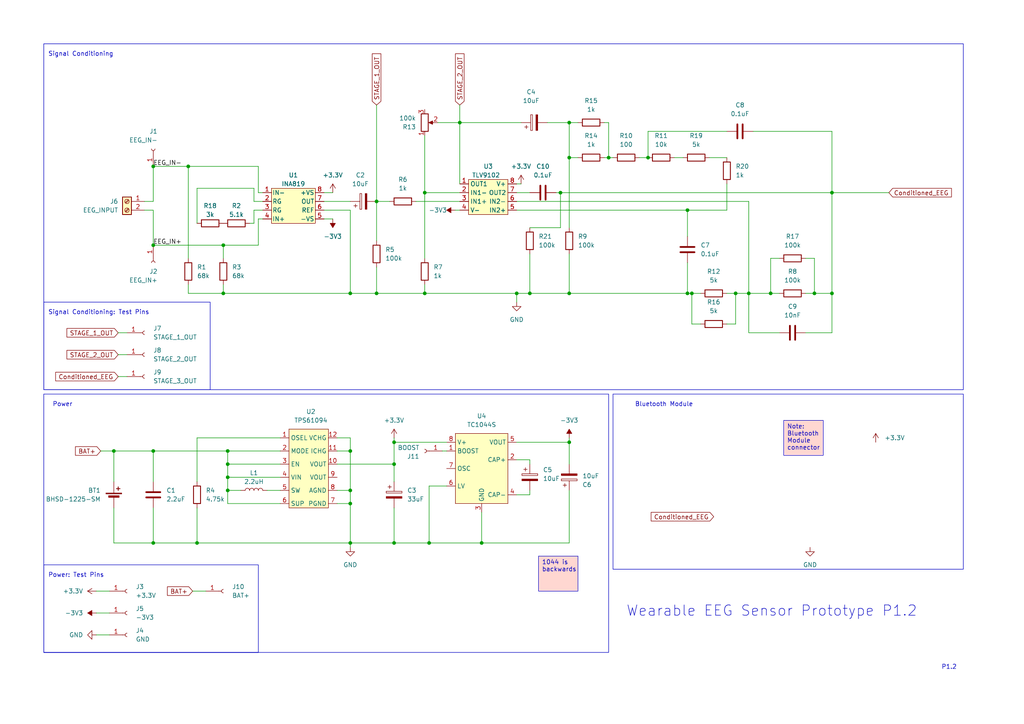
<source format=kicad_sch>
(kicad_sch (version 20230121) (generator eeschema)
  (paper "A4")
  (lib_symbols
    (symbol "Connector:Conn_01x01_Socket" (pin_names (offset 1.016) hide)
      (property "Reference" "J" (at 0 2.54 0))
      (property "Value" "Conn_01x01_Socket" (at 0 -2.54 0))
      (symbol "Conn_01x01_Socket_1_1"
        (polyline (pts (xy -1.27 0) (xy -0.508 0)) (stroke (width 0.1524)))
        (arc (start 0 0.508) (mid -0.5058 0) (end 0 -0.508) (stroke (width 0.1524)))
        (pin passive line (at -5.08 0 0) (length 3.81) (name "Pin_1") (number "1"))
      )
    )
    (symbol "Connector:Screw_Terminal_01x02" (pin_names (offset 1.016) hide)
      (property "Reference" "J6" (at 2.54 0 0))
      (property "Value" "EEG_INPUT" (at 2.54 -2.54 0))
      (symbol "Screw_Terminal_01x02_1_1"
        (rectangle (start -1.27 1.27) (end 1.27 -3.81) (stroke (width 0.254)) (fill (type background)))
        (circle (center 0 -2.54) (radius 0.635) (stroke (width 0.1524)))
        (polyline (pts (xy -0.5334 -2.2098) (xy 0.3302 -3.048)) (stroke (width 0.1524)))
        (polyline (pts (xy -0.5334 0.3302) (xy 0.3302 -0.508)) (stroke (width 0.1524)))
        (polyline (pts (xy -0.3556 -2.032) (xy 0.508 -2.8702)) (stroke (width 0.1524)))
        (polyline (pts (xy -0.3556 0.508) (xy 0.508 -0.3302)) (stroke (width 0.1524)))
        (circle (center 0 0) (radius 0.635) (stroke (width 0.1524)))
        (pin passive line (at -5.08 0 0) (length 3.81) (name "EEG_IN-") (number "1"))
        (pin passive line (at -5.08 -2.54 0) (length 3.81) (name "EEG_IN-") (number "2"))
      )
    )
    (symbol "Device:Battery_Cell" (pin_numbers hide) (pin_names (offset 0) hide)
      (property "Reference" "BT1" (at -3.81 2.54 0))
      (property "Value" "BHSD-1225-SM" (at -3.81 0 0))
      (symbol "Battery_Cell_0_1"
        (rectangle (start -2.286 1.778) (end 2.286 1.524) (fill (type outline)))
        (rectangle (start -1.524 1.016) (end 1.524 0.508) (fill (type outline)))
        (polyline (pts (xy 0 0.762) (xy 0 0)))
        (polyline (pts (xy 0 1.778) (xy 0 2.54)))
        (polyline (pts (xy 0.762 3.048) (xy 1.778 3.048)) (stroke (width 0.254)))
        (polyline (pts (xy 1.27 3.556) (xy 1.27 2.54)) (stroke (width 0.254)))
      )
      (symbol "Battery_Cell_1_1"
        (pin passive line (at 0 5.08 270) (length 2.54) (name "+") (number "1"))
        (pin power_out line (at 0 -2.54 90) (length 2.54) (name "-") (number "2"))
      )
    )
    (symbol "Device:C" (pin_numbers hide) (pin_names (offset 0.254))
      (property "Reference" "C" (at 0.635 2.54 0))
      (property "Value" "C" (at 0.635 -2.54 0))
      (symbol "C_0_1"
        (polyline (pts (xy -2.032 -0.762) (xy 2.032 -0.762)) (stroke (width 0.508)))
        (polyline (pts (xy -2.032 0.762) (xy 2.032 0.762)) (stroke (width 0.508)))
      )
      (symbol "C_1_1"
        (pin passive line (at 0 3.81 270) (length 2.794) (name "~") (number "1"))
        (pin passive line (at 0 -3.81 90) (length 2.794) (name "~") (number "2"))
      )
    )
    (symbol "Device:C_Polarized" (pin_numbers hide) (pin_names (offset 0.254))
      (property "Reference" "C" (at 0.635 2.54 0))
      (property "Value" "C_Polarized" (at 0.635 -2.54 0))
      (symbol "C_Polarized_0_1"
        (rectangle (start -2.286 0.508) (end 2.286 1.016))
        (polyline (pts (xy -1.778 2.286) (xy -0.762 2.286)))
        (polyline (pts (xy -1.27 2.794) (xy -1.27 1.778)))
        (rectangle (start 2.286 -0.508) (end -2.286 -1.016) (fill (type outline)))
      )
      (symbol "C_Polarized_1_1"
        (pin passive line (at 0 3.81 270) (length 2.794) (name "~") (number "1"))
        (pin passive line (at 0 -3.81 90) (length 2.794) (name "~") (number "2"))
      )
    )
    (symbol "Device:L" (pin_numbers hide) (pin_names (offset 1.016) hide)
      (property "Reference" "L" (at -1.27 0 90))
      (property "Value" "L" (at 1.905 0 90))
      (symbol "L_0_1"
        (arc (start 0 -2.54) (mid 0.6323 -1.905) (end 0 -1.27))
        (arc (start 0 -1.27) (mid 0.6323 -0.635) (end 0 0))
        (arc (start 0 0) (mid 0.6323 0.635) (end 0 1.27))
        (arc (start 0 1.27) (mid 0.6323 1.905) (end 0 2.54))
      )
      (symbol "L_1_1"
        (pin passive line (at 0 3.81 270) (length 1.27) (name "1") (number "1"))
        (pin passive line (at 0 -3.81 90) (length 1.27) (name "2") (number "2"))
      )
    )
    (symbol "Device:R" (pin_numbers hide) (pin_names (offset 0))
      (property "Reference" "R" (at 2.032 0 90))
      (property "Value" "R" (at 0 0 90))
      (symbol "R_0_1"
        (rectangle (start -1.016 -2.54) (end 1.016 2.54) (stroke (width 0.254)))
      )
      (symbol "R_1_1"
        (pin passive line (at 0 3.81 270) (length 1.27) (name "~") (number "1"))
        (pin passive line (at 0 -3.81 90) (length 1.27) (name "~") (number "2"))
      )
    )
    (symbol "Device:R_Potentiometer" (pin_names (offset 1.016) hide)
      (property "Reference" "RV" (at -4.445 0 90))
      (property "Value" "R_Potentiometer" (at -2.54 0 90))
      (symbol "R_Potentiometer_0_1"
        (polyline (pts (xy 2.54 0) (xy 1.524 0)))
        (polyline (pts (xy 1.143 0) (xy 2.286 0.508) (xy 2.286 -0.508) (xy 1.143 0)) (fill (type outline)))
        (rectangle (start 1.016 2.54) (end -1.016 -2.54) (stroke (width 0.254)))
      )
      (symbol "R_Potentiometer_1_1"
        (pin passive line (at 0 3.81 270) (length 1.27) (name "1") (number "1"))
        (pin passive line (at 3.81 0 180) (length 1.27) (name "2") (number "2"))
        (pin passive line (at 0 -3.81 90) (length 1.27) (name "3") (number "3"))
      )
    )
    (symbol "INA819ID:INA819ID" (pin_names (offset 0.254))
      (property "Reference" "U1" (at 0 8.89 0))
      (property "Value" "INA819" (at 0 6.35 0))
      (symbol "INA819ID_1_1"
        (rectangle (start -6.35 5.08) (end 6.35 -5.08) (fill (type background)))
        (pin input line (at -8.89 3.81 0) (length 2.54) (name "IN-") (number "1"))
        (pin unspecified line (at -8.89 1.27 0) (length 2.54) (name "RG") (number "2"))
        (pin unspecified line (at -8.89 -1.27 0) (length 2.54) (name "RG") (number "3"))
        (pin input line (at -8.89 -3.81 0) (length 2.54) (name "IN+") (number "4"))
        (pin power_in line (at 8.89 -3.81 180) (length 2.54) (name "-VS") (number "5"))
        (pin input line (at 8.89 -1.27 180) (length 2.54) (name "REF") (number "6"))
        (pin output line (at 8.89 1.27 180) (length 2.54) (name "OUT") (number "7"))
        (pin power_in line (at 8.89 3.81 180) (length 2.54) (name "+VS") (number "8"))
      )
    )
    (symbol "My_Library:TLV9102"
      (property "Reference" "U" (at 0 2.54 0))
      (symbol "TLV9102_1_1"
        (polyline (pts (xy -5.08 1.27) (xy 6.35 1.27) (xy 6.35 -8.89) (xy -5.08 -8.89) (xy -5.08 1.27)) (fill (type background)))
        (pin output line (at -7.62 0 0) (length 2.54) (name "OUT1") (number "1"))
        (pin input line (at -7.62 -2.54 0) (length 2.54) (name "IN1-") (number "2"))
        (pin input line (at -7.62 -5.08 0) (length 2.54) (name "IN1+") (number "3"))
        (pin input line (at -7.62 -7.62 0) (length 2.54) (name "V-") (number "4"))
        (pin input line (at 8.89 -7.62 180) (length 2.54) (name "IN2+") (number "5"))
        (pin input line (at 8.89 -5.08 180) (length 2.54) (name "IN2-") (number "6"))
        (pin output line (at 8.89 -2.54 180) (length 2.54) (name "OUT2") (number "7"))
        (pin input line (at 8.89 0 180) (length 2.54) (name "V+") (number "8"))
      )
    )
    (symbol "My_Library:TPS61094"
      (property "Reference" "U2" (at 1.27 5.08 0))
      (property "Value" "TPS61094" (at 1.27 2.54 0))
      (symbol "TPS61094_1_1"
        (polyline (pts (xy -5.08 0) (xy -5.08 -22.86) (xy 6.35 -22.86) (xy 6.35 0) (xy -5.08 0)) (fill (type background)))
        (pin input line (at -7.62 -2.54 0) (length 2.54) (name "OSEL") (number "1"))
        (pin power_out line (at 8.89 -10.16 180) (length 2.54) (name "VOUT") (number "10"))
        (pin input line (at 8.89 -6.35 180) (length 2.54) (name "ICHG") (number "11"))
        (pin input line (at 8.89 -2.54 180) (length 2.54) (name "VCHG") (number "12"))
        (pin input line (at -7.62 -6.35 0) (length 2.54) (name "MODE") (number "2"))
        (pin input line (at -7.62 -10.16 0) (length 2.54) (name "EN") (number "3"))
        (pin input line (at -7.62 -13.97 0) (length 2.54) (name "VIN") (number "4"))
        (pin input line (at -7.62 -17.78 0) (length 2.54) (name "SW") (number "5"))
        (pin input line (at -7.62 -21.59 0) (length 2.54) (name "SUP") (number "6"))
        (pin free line (at 8.89 -21.59 180) (length 2.54) (name "PGND") (number "7"))
        (pin free line (at 8.89 -17.78 180) (length 2.54) (name "AGND") (number "8"))
        (pin power_out line (at 8.89 -13.97 180) (length 2.54) (name "VOUT") (number "9"))
      )
    )
    (symbol "Regulator_SwitchedCapacitor:LTC1044"
      (property "Reference" "U4" (at 0 15.24 0))
      (property "Value" "TC1044S" (at 0 12.7 0))
      (symbol "LTC1044_1_1"
        (rectangle (start -7.62 10.16) (end 7.62 -10.16) (fill (type background)))
        (pin free line (at -10.16 5.08 0) (length 2.54) (name "BOOST") (number "1"))
        (pin input line (at 10.16 2.54 180) (length 2.54) (name "CAP+") (number "2"))
        (pin free line (at 0 -12.7 90) (length 2.54) (name "GND") (number "3"))
        (pin input line (at 10.16 -7.62 180) (length 2.54) (name "CAP-") (number "4"))
        (pin power_out line (at 10.16 7.62 180) (length 2.54) (name "VOUT") (number "5"))
        (pin free line (at -10.16 -5.08 0) (length 2.54) (name "LV") (number "6"))
        (pin free line (at -10.16 0 0) (length 2.54) (name "OSC") (number "7"))
        (pin power_in line (at -10.16 7.62 0) (length 2.54) (name "V+") (number "8"))
      )
    )
    (symbol "power:+3.3V" (power) (pin_names (offset 0))
      (property "Value" "+3.3V" (at 0 3.556 0))
      (symbol "+3.3V_0_1"
        (polyline (pts (xy -0.762 1.27) (xy 0 2.54)))
        (polyline (pts (xy 0 0) (xy 0 2.54)))
        (polyline (pts (xy 0 2.54) (xy 0.762 1.27)))
      )
      (symbol "+3.3V_1_1"
        (pin power_in line (at 0 0 90) (length 0) hide (name "+3.3V") (number "1"))
      )
    )
    (symbol "power:-3V3" (power) (pin_names (offset 0))
      (property "Value" "-3V3" (at 0 3.81 0))
      (symbol "-3V3_0_0"
        (pin power_in line (at 0 0 90) (length 0) hide (name "-3V3") (number "1"))
      )
      (symbol "-3V3_0_1"
        (polyline (pts (xy 0 0) (xy 0 1.27) (xy 0.762 1.27) (xy 0 2.54) (xy -0.762 1.27) (xy 0 1.27)) (fill (type outline)))
      )
    )
    (symbol "power:GND" (power) (pin_names (offset 0))
      (property "Value" "GND" (at 0 -3.81 0))
      (symbol "GND_0_1"
        (polyline (pts (xy 0 0) (xy 0 -1.27) (xy 1.27 -1.27) (xy 0 -2.54) (xy -1.27 -1.27) (xy 0 -1.27)))
      )
      (symbol "GND_1_1"
        (pin power_in line (at 0 0 270) (length 0) hide (name "GND") (number "1"))
      )
    )
  )
  (junction (at 64.77 85.09))
  (junction (at 101.6 142.24))
  (junction (at 213.36 85.09))
  (junction (at 109.22 85.09))
  (junction (at 57.15 157.48))
  (junction (at 165.1 45.72))
  (junction (at 199.39 60.96))
  (junction (at 54.61 48.26))
  (junction (at 44.45 48.26))
  (junction (at 66.04 142.24))
  (junction (at 101.6 146.05))
  (junction (at 176.53 45.72))
  (junction (at 153.67 85.09))
  (junction (at 114.3 157.48))
  (junction (at 66.04 130.81))
  (junction (at 101.6 157.48))
  (junction (at 199.39 85.09))
  (junction (at 33.02 130.81))
  (junction (at 149.86 85.09))
  (junction (at 200.66 85.09))
  (junction (at 101.6 130.81))
  (junction (at 101.6 85.09))
  (junction (at 124.46 157.48))
  (junction (at 123.19 85.09))
  (junction (at 241.3 85.09))
  (junction (at 165.1 128.27))
  (junction (at 165.1 35.56))
  (junction (at 123.19 55.88))
  (junction (at 165.1 85.09))
  (junction (at 66.04 134.62))
  (junction (at 114.3 128.27))
  (junction (at 217.17 85.09))
  (junction (at 241.3 55.88))
  (junction (at 133.35 35.56))
  (junction (at 44.45 130.81))
  (junction (at 139.7 157.48))
  (junction (at 162.56 55.88))
  (junction (at 109.22 58.42))
  (junction (at 187.96 45.72))
  (junction (at 66.04 138.43))
  (junction (at 64.77 71.12))
  (junction (at 114.3 134.62))
  (junction (at 223.52 85.09))
  (junction (at 236.22 85.09))
  (junction (at 44.45 157.48))
  (junction (at 44.45 71.12))
  (wire (pts (xy 33.02 139.7) (xy 33.02 130.81)))
  (wire (pts (xy 153.67 73.66) (xy 153.67 85.09)))
  (wire (pts (xy 132.08 60.96) (xy 133.35 60.96)))
  (wire (pts (xy 72.39 64.77) (xy 73.66 64.77)))
  (wire (pts (xy 101.6 130.81) (xy 101.6 142.24)))
  (wire (pts (xy 101.6 142.24) (xy 101.6 146.05)))
  (wire (pts (xy 73.66 64.77) (xy 73.66 60.96)))
  (wire (pts (xy 149.86 55.88) (xy 153.67 55.88)))
  (wire (pts (xy 124.46 157.48) (xy 139.7 157.48)))
  (wire (pts (xy 109.22 77.47) (xy 109.22 85.09)))
  (wire (pts (xy 203.2 93.98) (xy 200.66 93.98)))
  (wire (pts (xy 66.04 134.62) (xy 66.04 130.81)))
  (wire (pts (xy 101.6 146.05) (xy 97.79 146.05)))
  (wire (pts (xy 27.94 171.45) (xy 31.75 171.45)))
  (wire (pts (xy 29.21 130.81) (xy 33.02 130.81)))
  (wire (pts (xy 217.17 96.52) (xy 226.06 96.52)))
  (wire (pts (xy 64.77 74.93) (xy 64.77 71.12)))
  (wire (pts (xy 55.88 171.45) (xy 59.69 171.45)))
  (wire (pts (xy 233.68 96.52) (xy 241.3 96.52)))
  (wire (pts (xy 162.56 55.88) (xy 241.3 55.88)))
  (wire (pts (xy 44.45 157.48) (xy 57.15 157.48)))
  (wire (pts (xy 133.35 35.56) (xy 133.35 53.34)))
  (wire (pts (xy 149.86 58.42) (xy 217.17 58.42)))
  (wire (pts (xy 241.3 38.1) (xy 241.3 55.88)))
  (wire (pts (xy 139.7 148.59) (xy 139.7 157.48)))
  (wire (pts (xy 200.66 93.98) (xy 200.66 85.09)))
  (wire (pts (xy 210.82 85.09) (xy 213.36 85.09)))
  (wire (pts (xy 109.22 58.42) (xy 113.03 58.42)))
  (wire (pts (xy 165.1 142.24) (xy 165.1 157.48)))
  (wire (pts (xy 133.35 55.88) (xy 123.19 55.88)))
  (wire (pts (xy 217.17 58.42) (xy 217.17 85.09)))
  (wire (pts (xy 114.3 134.62) (xy 114.3 139.7)))
  (wire (pts (xy 187.96 38.1) (xy 210.82 38.1)))
  (wire (pts (xy 27.94 184.15) (xy 31.75 184.15)))
  (wire (pts (xy 123.19 55.88) (xy 123.19 74.93)))
  (wire (pts (xy 185.42 45.72) (xy 187.96 45.72)))
  (wire (pts (xy 81.28 146.05) (xy 66.04 146.05)))
  (wire (pts (xy 165.1 73.66) (xy 165.1 85.09)))
  (wire (pts (xy 213.36 93.98) (xy 213.36 85.09)))
  (wire (pts (xy 114.3 128.27) (xy 114.3 134.62)))
  (wire (pts (xy 213.36 85.09) (xy 217.17 85.09)))
  (wire (pts (xy 210.82 93.98) (xy 213.36 93.98)))
  (wire (pts (xy 236.22 85.09) (xy 241.3 85.09)))
  (wire (pts (xy 149.86 87.63) (xy 149.86 85.09)))
  (wire (pts (xy 165.1 134.62) (xy 165.1 128.27)))
  (wire (pts (xy 123.19 82.55) (xy 123.19 85.09)))
  (wire (pts (xy 162.56 66.04) (xy 162.56 55.88)))
  (wire (pts (xy 74.93 55.88) (xy 76.2 55.88)))
  (wire (pts (xy 73.66 58.42) (xy 76.2 58.42)))
  (wire (pts (xy 44.45 157.48) (xy 44.45 147.32)))
  (wire (pts (xy 74.93 71.12) (xy 74.93 63.5)))
  (wire (pts (xy 233.68 74.93) (xy 236.22 74.93)))
  (wire (pts (xy 44.45 71.12) (xy 64.77 71.12)))
  (wire (pts (xy 176.53 45.72) (xy 177.8 45.72)))
  (wire (pts (xy 109.22 30.48) (xy 109.22 58.42)))
  (wire (pts (xy 210.82 45.72) (xy 205.74 45.72)))
  (wire (pts (xy 167.64 35.56) (xy 165.1 35.56)))
  (wire (pts (xy 133.35 30.48) (xy 133.35 35.56)))
  (wire (pts (xy 175.26 45.72) (xy 176.53 45.72)))
  (wire (pts (xy 124.46 140.97) (xy 124.46 157.48)))
  (wire (pts (xy 66.04 138.43) (xy 66.04 134.62)))
  (wire (pts (xy 101.6 146.05) (xy 101.6 157.48)))
  (wire (pts (xy 153.67 133.35) (xy 149.86 133.35)))
  (wire (pts (xy 114.3 127) (xy 114.3 128.27)))
  (wire (pts (xy 109.22 85.09) (xy 123.19 85.09)))
  (wire (pts (xy 233.68 85.09) (xy 236.22 85.09)))
  (wire (pts (xy 66.04 138.43) (xy 81.28 138.43)))
  (wire (pts (xy 151.13 53.34) (xy 149.86 53.34)))
  (wire (pts (xy 123.19 85.09) (xy 149.86 85.09)))
  (wire (pts (xy 74.93 63.5) (xy 76.2 63.5)))
  (wire (pts (xy 241.3 85.09) (xy 241.3 96.52)))
  (wire (pts (xy 210.82 53.34) (xy 210.82 60.96)))
  (wire (pts (xy 153.67 66.04) (xy 162.56 66.04)))
  (wire (pts (xy 54.61 82.55) (xy 54.61 85.09)))
  (wire (pts (xy 165.1 45.72) (xy 167.64 45.72)))
  (wire (pts (xy 153.67 142.24) (xy 153.67 143.51)))
  (wire (pts (xy 77.47 142.24) (xy 81.28 142.24)))
  (wire (pts (xy 66.04 134.62) (xy 81.28 134.62)))
  (wire (pts (xy 33.02 130.81) (xy 44.45 130.81)))
  (wire (pts (xy 109.22 69.85) (xy 109.22 58.42)))
  (wire (pts (xy 149.86 128.27) (xy 165.1 128.27)))
  (wire (pts (xy 153.67 143.51) (xy 149.86 143.51)))
  (wire (pts (xy 200.66 85.09) (xy 203.2 85.09)))
  (wire (pts (xy 66.04 142.24) (xy 66.04 138.43)))
  (wire (pts (xy 133.35 35.56) (xy 151.13 35.56)))
  (wire (pts (xy 73.66 60.96) (xy 76.2 60.96)))
  (wire (pts (xy 66.04 146.05) (xy 66.04 142.24)))
  (wire (pts (xy 226.06 74.93) (xy 223.52 74.93)))
  (wire (pts (xy 64.77 85.09) (xy 101.6 85.09)))
  (wire (pts (xy 127 35.56) (xy 133.35 35.56)))
  (wire (pts (xy 57.15 54.61) (xy 57.15 64.77)))
  (wire (pts (xy 66.04 130.81) (xy 81.28 130.81)))
  (wire (pts (xy 54.61 48.26) (xy 74.93 48.26)))
  (wire (pts (xy 165.1 85.09) (xy 199.39 85.09)))
  (wire (pts (xy 176.53 35.56) (xy 176.53 45.72)))
  (wire (pts (xy 64.77 82.55) (xy 64.77 85.09)))
  (wire (pts (xy 97.79 130.81) (xy 101.6 130.81)))
  (wire (pts (xy 161.29 55.88) (xy 162.56 55.88)))
  (wire (pts (xy 93.98 58.42) (xy 101.6 58.42)))
  (wire (pts (xy 101.6 158.75) (xy 101.6 157.48)))
  (wire (pts (xy 44.45 58.42) (xy 41.91 58.42)))
  (wire (pts (xy 57.15 127) (xy 81.28 127)))
  (wire (pts (xy 44.45 130.81) (xy 44.45 139.7)))
  (wire (pts (xy 165.1 127) (xy 165.1 128.27)))
  (wire (pts (xy 217.17 85.09) (xy 223.52 85.09)))
  (wire (pts (xy 241.3 55.88) (xy 257.81 55.88)))
  (wire (pts (xy 57.15 147.32) (xy 57.15 157.48)))
  (wire (pts (xy 34.29 102.87) (xy 36.83 102.87)))
  (wire (pts (xy 57.15 157.48) (xy 101.6 157.48)))
  (wire (pts (xy 44.45 58.42) (xy 44.45 48.26)))
  (wire (pts (xy 69.85 142.24) (xy 66.04 142.24)))
  (wire (pts (xy 73.66 54.61) (xy 57.15 54.61)))
  (wire (pts (xy 33.02 147.32) (xy 33.02 157.48)))
  (wire (pts (xy 236.22 74.93) (xy 236.22 85.09)))
  (wire (pts (xy 114.3 157.48) (xy 101.6 157.48)))
  (wire (pts (xy 54.61 48.26) (xy 54.61 74.93)))
  (wire (pts (xy 33.02 157.48) (xy 44.45 157.48)))
  (wire (pts (xy 120.65 58.42) (xy 133.35 58.42)))
  (wire (pts (xy 41.91 60.96) (xy 44.45 60.96)))
  (wire (pts (xy 57.15 127) (xy 57.15 139.7)))
  (wire (pts (xy 114.3 128.27) (xy 129.54 128.27)))
  (wire (pts (xy 97.79 127) (xy 101.6 127)))
  (wire (pts (xy 175.26 35.56) (xy 176.53 35.56)))
  (wire (pts (xy 93.98 63.5) (xy 96.52 63.5)))
  (wire (pts (xy 114.3 147.32) (xy 114.3 157.48)))
  (wire (pts (xy 93.98 55.88) (xy 96.52 55.88)))
  (wire (pts (xy 129.54 130.81) (xy 128.27 130.81)))
  (wire (pts (xy 223.52 85.09) (xy 226.06 85.09)))
  (wire (pts (xy 44.45 130.81) (xy 66.04 130.81)))
  (wire (pts (xy 158.75 35.56) (xy 165.1 35.56)))
  (wire (pts (xy 74.93 48.26) (xy 74.93 55.88)))
  (wire (pts (xy 165.1 45.72) (xy 165.1 66.04)))
  (wire (pts (xy 187.96 38.1) (xy 187.96 45.72)))
  (wire (pts (xy 199.39 60.96) (xy 199.39 68.58)))
  (wire (pts (xy 123.19 39.37) (xy 123.19 55.88)))
  (wire (pts (xy 34.29 109.22) (xy 36.83 109.22)))
  (wire (pts (xy 34.29 96.52) (xy 36.83 96.52)))
  (wire (pts (xy 101.6 85.09) (xy 109.22 85.09)))
  (wire (pts (xy 64.77 71.12) (xy 74.93 71.12)))
  (wire (pts (xy 149.86 85.09) (xy 153.67 85.09)))
  (wire (pts (xy 153.67 85.09) (xy 165.1 85.09)))
  (wire (pts (xy 153.67 134.62) (xy 153.67 133.35)))
  (wire (pts (xy 218.44 38.1) (xy 241.3 38.1)))
  (wire (pts (xy 44.45 60.96) (xy 44.45 71.12)))
  (wire (pts (xy 44.45 48.26) (xy 54.61 48.26)))
  (wire (pts (xy 139.7 157.48) (xy 165.1 157.48)))
  (wire (pts (xy 165.1 35.56) (xy 165.1 45.72)))
  (wire (pts (xy 223.52 74.93) (xy 223.52 85.09)))
  (wire (pts (xy 101.6 60.96) (xy 101.6 85.09)))
  (wire (pts (xy 149.86 60.96) (xy 199.39 60.96)))
  (wire (pts (xy 198.12 45.72) (xy 195.58 45.72)))
  (wire (pts (xy 217.17 85.09) (xy 217.17 96.52)))
  (wire (pts (xy 97.79 134.62) (xy 114.3 134.62)))
  (wire (pts (xy 199.39 85.09) (xy 200.66 85.09)))
  (wire (pts (xy 199.39 76.2) (xy 199.39 85.09)))
  (wire (pts (xy 73.66 54.61) (xy 73.66 58.42)))
  (wire (pts (xy 114.3 157.48) (xy 124.46 157.48)))
  (wire (pts (xy 54.61 85.09) (xy 64.77 85.09)))
  (wire (pts (xy 129.54 140.97) (xy 124.46 140.97)))
  (wire (pts (xy 27.94 177.8) (xy 31.75 177.8)))
  (wire (pts (xy 93.98 60.96) (xy 101.6 60.96)))
  (wire (pts (xy 241.3 55.88) (xy 241.3 85.09)))
  (wire (pts (xy 101.6 127) (xy 101.6 130.81)))
  (wire (pts (xy 210.82 60.96) (xy 199.39 60.96)))
  (wire (pts (xy 101.6 142.24) (xy 97.79 142.24)))
  (rectangle (start 12.7 163.83) (end 74.93 189.23))
  (rectangle (start 12.7 12.7) (end 279.4 113.03))
  (rectangle (start 12.7 114.3) (end 176.53 189.23))
  (rectangle (start 177.8 114.3) (end 279.4 165.1))
  (rectangle (start 12.7 87.63) (end 60.96 113.03))
  (text_box "1044 is backwards" (at 156.21 161.29 0) (size 11.43 10.16) (fill (type color) (color 255 215 209 1)) (effects (font (size 1.27 1.27)) (justify left top)))
  (text_box "Note: Bluetooth Module connector" (at 227.33 121.92 0) (size 11.43 10.16) (fill (type color) (color 255 215 209 1)) (effects (font (size 1.27 1.27)) (justify left top)))
  (text "P1.2" (at 273.05 194.31 0) (effects (font (size 1.27 1.27)) (justify left bottom)))
  (text "Signal Conditioning: Test Pins" (at 13.97 91.44 0) (effects (font (size 1.27 1.27)) (justify left bottom)))
  (text "Power" (at 15.24 118.11 0) (effects (font (size 1.27 1.27)) (justify left bottom)))
  (text "Signal Conditioning" (at 13.97 16.51 0) (effects (font (size 1.27 1.27)) (justify left bottom)))
  (text "Power: Test Pins\n" (at 13.97 167.64 0) (effects (font (size 1.27 1.27)) (justify left bottom)))
  (text "Bluetooth Module" (at 184.15 118.11 0) (effects (font (size 1.27 1.27)) (justify left bottom)))
  (text "Wearable EEG Sensor Prototype P1.2" (at 181.61 179.07 0) (effects (font (size 3 3)) (justify left bottom)))
  (label "EEG_IN+" (at 44.45 71.12 0))
  (label "EEG_IN-" (at 44.45 48.26 0))
  (global_label "STAGE_1_OUT" (shape input) (at 34.29 96.52 180) (property "Intersheetrefs" "${INTERSHEET_REFS}" (effects hide)))
  (global_label "BAT+" (shape input) (at 55.88 171.45 180) (property "Intersheetrefs" "${INTERSHEET_REFS}" (effects hide)))
  (global_label "BAT+" (shape input) (at 29.21 130.81 180) (property "Intersheetrefs" "${INTERSHEET_REFS}" (effects hide)))
  (global_label "STAGE_2_OUT" (shape input) (at 34.29 102.87 180) (property "Intersheetrefs" "${INTERSHEET_REFS}" (effects hide)))
  (global_label "Conditioned_EEG" (shape input) (at 207.01 149.86 180) (property "Intersheetrefs" "${INTERSHEET_REFS}" (effects hide)))
  (global_label "Conditioned_EEG" (shape input) (at 34.29 109.22 180) (property "Intersheetrefs" "${INTERSHEET_REFS}" (effects hide)))
  (global_label "STAGE_1_OUT" (shape input) (at 109.22 30.48 90) (property "Intersheetrefs" "${INTERSHEET_REFS}" (effects hide)))
  (global_label "STAGE_2_OUT" (shape input) (at 133.35 30.48 90) (property "Intersheetrefs" "${INTERSHEET_REFS}" (effects hide)))
  (global_label "Conditioned_EEG" (shape input) (at 257.81 55.88 0) (property "Intersheetrefs" "${INTERSHEET_REFS}" (effects hide)))
  (symbol (lib_id "Device:R") (at 60.96 64.77 270) (unit 1)
    (property "Reference" "R18" (at 60.96 59.69 90))
    (property "Value" "3k" (at 60.96 62.23 90))
  )
  (symbol (lib_id "Device:R") (at 207.01 85.09 270) (unit 1)
    (property "Reference" "R12" (at 207.01 78.74 90))
    (property "Value" "5k" (at 207.01 81.28 90))
    (property "Footprint" "Resistor_THT:R_Axial_DIN0207_L6.3mm_D2.5mm_P10.16mm_Horizontal" (effects hide))
  )
  (symbol (lib_id "power:+3.3V") (at 96.52 55.88 0) (unit 1)
    (property "Reference" "#PWR01" (effects hide))
    (property "Value" "+3.3V" (at 96.52 50.8 0))
  )
  (symbol (lib_id "Connector:Conn_01x01_Socket") (at 64.77 171.45 0) (mirror x) (unit 1)
    (property "Reference" "J10" (at 67.31 170.18 0) (effects (justify left)))
    (property "Value" "BAT+" (at 67.31 172.72 0) (effects (justify left)))
    (property "Footprint" "TestPoint:TestPoint_Loop_D2.50mm_Drill1.0mm" (effects hide))
  )
  (symbol (lib_id "Connector:Conn_01x01_Socket") (at 36.83 184.15 0) (mirror x) (unit 1)
    (property "Reference" "J4" (at 39.37 182.88 0) (effects (justify left)))
    (property "Value" "GND" (at 39.37 185.42 0) (effects (justify left)))
    (property "Footprint" "TestPoint:TestPoint_Loop_D2.50mm_Drill1.0mm" (effects hide))
  )
  (symbol (lib_id "Device:R") (at 229.87 74.93 90) (unit 1)
    (property "Reference" "R17" (at 229.87 68.58 90))
    (property "Value" "100k" (at 229.87 71.12 90))
  )
  (symbol (lib_id "power:GND") (at 149.86 87.63 0) (unit 1)
    (property "Reference" "#PWR07" (effects hide))
    (property "Value" "GND" (at 149.86 92.71 0))
  )
  (symbol (lib_id "Device:C_Polarized") (at 153.67 138.43 0) (unit 1)
    (property "Reference" "C5" (at 157.48 136.271 0) (effects (justify left)))
    (property "Value" "10uF" (at 157.48 138.811 0) (effects (justify left)))
    (property "Footprint" "Capacitor_THT:CP_Radial_D5.0mm_P2.50mm" (effects hide))
  )
  (symbol (lib_id "power:+3.3V") (at 114.3 127 0) (unit 1)
    (property "Reference" "#PWR04" (effects hide))
    (property "Value" "+3.3V" (at 114.3 121.92 0))
  )
  (symbol (lib_id "power:GND") (at 234.95 158.75 0) (unit 1)
    (property "Reference" "#PWR011" (effects hide))
    (property "Value" "GND" (at 234.95 163.83 0))
  )
  (symbol (lib_id "power:+3.3V") (at 254 128.27 0) (unit 1)
    (property "Reference" "#PWR012" (effects hide))
    (property "Value" "+3.3V" (at 256.54 127 0) (effects (justify left)))
  )
  (symbol (lib_id "Device:R") (at 57.15 143.51 0) (unit 1)
    (property "Reference" "R4" (at 59.69 142.24 0) (effects (justify left)))
    (property "Value" "4.75k" (at 59.69 144.78 0) (effects (justify left)))
    (property "Footprint" "Resistor_THT:R_Axial_DIN0207_L6.3mm_D2.5mm_P10.16mm_Horizontal" (effects hide))
  )
  (symbol (lib_id "Connector:Conn_01x01_Socket") (at 41.91 96.52 0) (mirror x) (unit 1)
    (property "Reference" "J7" (at 44.45 95.25 0) (effects (justify left)))
    (property "Value" "STAGE_1_OUT" (at 44.45 97.79 0) (effects (justify left)))
    (property "Footprint" "TestPoint:TestPoint_Loop_D2.50mm_Drill1.0mm" (effects hide))
  )
  (symbol (lib_id "Device:R") (at 116.84 58.42 90) (unit 1)
    (property "Reference" "R6" (at 116.84 52.07 90))
    (property "Value" "1k" (at 116.84 54.61 90))
    (property "Footprint" "Resistor_THT:R_Axial_DIN0207_L6.3mm_D2.5mm_P10.16mm_Horizontal" (effects hide))
  )
  (symbol (lib_id "Device:R") (at 229.87 85.09 90) (unit 1)
    (property "Reference" "R8" (at 229.87 78.74 90))
    (property "Value" "100k" (at 229.87 81.28 90))
    (property "Footprint" "Resistor_THT:R_Axial_DIN0207_L6.3mm_D2.5mm_P10.16mm_Horizontal" (effects hide))
  )
  (symbol (lib_id "Device:R") (at 191.77 45.72 90) (unit 1)
    (property "Reference" "R11" (at 191.77 39.37 90))
    (property "Value" "10k" (at 191.77 41.91 90))
    (property "Footprint" "Resistor_THT:R_Axial_DIN0207_L6.3mm_D2.5mm_P10.16mm_Horizontal" (effects hide))
  )
  (symbol (lib_id "Device:C_Polarized") (at 154.94 35.56 90) (unit 1)
    (property "Reference" "C4" (at 154.051 26.67 90))
    (property "Value" "10uF" (at 154.051 29.21 90))
    (property "Footprint" "Capacitor_THT:CP_Radial_D5.0mm_P2.50mm" (effects hide))
  )
  (symbol (lib_id "Device:R") (at 171.45 35.56 90) (unit 1)
    (property "Reference" "R15" (at 171.45 29.21 90))
    (property "Value" "1k" (at 171.45 31.75 90))
  )
  (symbol (lib_id "Regulator_SwitchedCapacitor:LTC1044") (at 139.7 135.89 0) (unit 1)
    (property "Reference" "U4" (at 139.7 120.65 0))
    (property "Value" "TC1044S" (at 139.7 123.19 0))
    (property "Footprint" "1-2199298-2:CONN8_1-2199298-2_TEC" (effects hide))
    (property "Datasheet" "https://www.analog.com/media/en/technical-documentation/data-sheets/lt1044.pdf" (effects hide))
  )
  (symbol (lib_id "power:GND") (at 101.6 158.75 0) (unit 1)
    (property "Reference" "#PWR03" (effects hide))
    (property "Value" "GND" (at 101.6 163.83 0))
  )
  (symbol (lib_id "INA819ID:INA819ID") (at 85.09 59.69 0) (unit 1)
    (property "Reference" "U1" (at 85.09 50.8 0))
    (property "Value" "INA819" (at 85.09 53.34 0))
    (property "Footprint" "1-2199298-2:CONN8_1-2199298-2_TEC" (effects hide))
    (property "Datasheet" "INA819ID" (effects hide))
  )
  (symbol (lib_id "Device:C") (at 157.48 55.88 270) (unit 1)
    (property "Reference" "C10" (at 157.48 48.26 90))
    (property "Value" "0.1uF" (at 157.48 50.8 90))
    (property "Footprint" "Capacitor_THT:C_Rect_L7.0mm_W4.5mm_P5.00mm" (effects hide))
  )
  (symbol (lib_id "Device:C_Polarized") (at 165.1 138.43 0) (mirror x) (unit 1)
    (property "Reference" "C6" (at 168.91 140.589 0) (effects (justify left)))
    (property "Value" "10uF" (at 168.91 138.049 0) (effects (justify left)))
    (property "Footprint" "Capacitor_THT:CP_Radial_D5.0mm_P2.50mm" (effects hide))
  )
  (symbol (lib_id "Device:R") (at 210.82 49.53 0) (unit 1)
    (property "Reference" "R20" (at 213.36 48.26 0) (effects (justify left)))
    (property "Value" "1k" (at 213.36 50.8 0) (effects (justify left)))
  )
  (symbol (lib_id "Device:R") (at 68.58 64.77 90) (unit 1)
    (property "Reference" "R2" (at 68.58 59.69 90))
    (property "Value" "5.1k" (at 68.58 62.23 90))
    (property "Footprint" "Resistor_THT:R_Axial_DIN0207_L6.3mm_D2.5mm_P10.16mm_Horizontal" (effects hide))
  )
  (symbol (lib_id "Connector:Screw_Terminal_01x02") (at 36.83 58.42 0) (mirror y) (unit 1)
    (property "Reference" "J6" (at 34.29 58.42 0) (effects (justify left)))
    (property "Value" "EEG_INPUT" (at 34.29 60.96 0) (effects (justify left)))
    (property "Footprint" "282837-2:282837-2_TYC" (effects hide))
  )
  (symbol (lib_id "power:GND") (at 27.94 184.15 270) (unit 1)
    (property "Reference" "#PWR013" (effects hide))
    (property "Value" "GND" (at 24.13 184.15 90) (effects (justify right)))
  )
  (symbol (lib_id "Connector:Conn_01x01_Socket") (at 44.45 76.2 90) (mirror x) (unit 1)
    (property "Reference" "J2" (at 45.72 78.74 90) (effects (justify left)))
    (property "Value" "EEG_IN+" (at 45.72 81.28 90) (effects (justify left)))
    (property "Footprint" "TestPoint:TestPoint_Loop_D2.50mm_Drill1.0mm" (effects hide))
  )
  (symbol (lib_id "Device:R") (at 165.1 69.85 0) (unit 1)
    (property "Reference" "R9" (at 167.64 68.58 0) (effects (justify left)))
    (property "Value" "100k" (at 167.64 71.12 0) (effects (justify left)))
    (property "Footprint" "Resistor_THT:R_Axial_DIN0207_L6.3mm_D2.5mm_P10.16mm_Horizontal" (effects hide))
  )
  (symbol (lib_id "My_Library:TPS61094") (at 88.9 124.46 0) (unit 1)
    (property "Reference" "U2" (at 90.17 119.38 0))
    (property "Value" "TPS61094" (at 90.17 121.92 0))
    (property "Footprint" "TPS61094DSSR:WSON_94DSSR_TEX" (effects hide))
  )
  (symbol (lib_id "Device:R_Potentiometer") (at 123.19 35.56 0) (mirror x) (unit 1)
    (property "Reference" "R13" (at 120.65 36.83 0) (effects (justify right)))
    (property "Value" "100k" (at 120.65 34.29 0) (effects (justify right)))
    (property "Footprint" "Potentiometer_THT:Potentiometer_Bourns_3296W_Vertical" (effects hide))
  )
  (symbol (lib_id "Connector:Conn_01x01_Socket") (at 36.83 171.45 0) (mirror x) (unit 1)
    (property "Reference" "J3" (at 39.37 170.18 0) (effects (justify left)))
    (property "Value" "+3.3V" (at 39.37 172.72 0) (effects (justify left)))
    (property "Footprint" "TestPoint:TestPoint_Loop_D2.50mm_Drill1.0mm" (effects hide))
  )
  (symbol (lib_id "My_Library:TLV9102") (at 140.97 53.34 0) (unit 1)
    (property "Reference" "U3" (at 141.605 48.26 0))
    (property "Value" "TLV9102" (at 140.97 50.8 0))
    (property "Footprint" "1-2199298-2:CONN8_1-2199298-2_TEC" (effects hide))
  )
  (symbol (lib_id "Device:L") (at 73.66 142.24 90) (unit 1)
    (property "Reference" "L1" (at 73.66 137.16 90))
    (property "Value" "2.2uH" (at 73.66 139.7 90))
    (property "Footprint" "B78108S1222K000:INDAD1400W80L920D400" (effects hide))
  )
  (symbol (lib_id "power:-3V3") (at 165.1 127 0) (unit 1)
    (property "Reference" "#PWR08" (effects hide))
    (property "Value" "-3V3" (at 165.1 121.92 0))
  )
  (symbol (lib_id "Device:C") (at 229.87 96.52 270) (unit 1)
    (property "Reference" "C9" (at 229.87 88.9 90))
    (property "Value" "10nF" (at 229.87 91.44 90))
    (property "Footprint" "Capacitor_THT:C_Rect_L7.0mm_W2.5mm_P5.00mm" (effects hide))
  )
  (symbol (lib_id "Connector:Conn_01x01_Socket") (at 123.19 130.81 0) (mirror y) (unit 1)
    (property "Reference" "J11" (at 121.6658 132.3901 0) (effects (justify left)))
    (property "Value" "BOOST" (at 121.6658 129.8501 0) (effects (justify left)))
    (property "Footprint" "TestPoint:TestPoint_Loop_D2.50mm_Drill1.0mm" (effects hide))
  )
  (symbol (lib_id "Device:C_Polarized") (at 105.41 58.42 90) (unit 1)
    (property "Reference" "C2" (at 104.521 50.8 90))
    (property "Value" "10uF" (at 104.521 53.34 90))
    (property "Footprint" "Capacitor_THT:CP_Radial_D5.0mm_P2.50mm" (effects hide))
  )
  (symbol (lib_id "Device:C") (at 44.45 143.51 0) (unit 1)
    (property "Reference" "C1" (at 48.26 142.24 0) (effects (justify left)))
    (property "Value" "2.2uF" (at 48.26 144.78 0) (effects (justify left)))
    (property "Footprint" "Capacitor_THT:C_Rect_L7.0mm_W4.5mm_P5.00mm" (effects hide))
  )
  (symbol (lib_id "power:+3.3V") (at 27.94 171.45 90) (unit 1)
    (property "Reference" "#PWR09" (effects hide))
    (property "Value" "+3.3V" (at 24.13 171.45 90) (effects (justify left)))
  )
  (symbol (lib_id "Device:R") (at 181.61 45.72 90) (unit 1)
    (property "Reference" "R10" (at 181.61 39.37 90))
    (property "Value" "100" (at 181.61 41.91 90))
    (property "Footprint" "Resistor_THT:R_Axial_DIN0207_L6.3mm_D2.5mm_P10.16mm_Horizontal" (effects hide))
  )
  (symbol (lib_id "power:-3V3") (at 132.08 60.96 90) (unit 1)
    (property "Reference" "#PWR06" (effects hide))
    (property "Value" "-3V3" (at 127 60.96 90))
  )
  (symbol (lib_id "Device:R") (at 54.61 78.74 0) (unit 1)
    (property "Reference" "R1" (at 57.15 77.47 0) (effects (justify left)))
    (property "Value" "68k" (at 57.15 80.01 0) (effects (justify left)))
    (property "Footprint" "Resistor_THT:R_Axial_DIN0207_L6.3mm_D2.5mm_P10.16mm_Horizontal" (effects hide))
  )
  (symbol (lib_id "Device:C_Polarized") (at 114.3 143.51 0) (unit 1)
    (property "Reference" "C3" (at 118.11 142.24 0) (effects (justify left)))
    (property "Value" "33uF" (at 118.11 144.78 0) (effects (justify left)))
    (property "Footprint" "Capacitor_THT:CP_Radial_D8.0mm_P5.00mm" (effects hide))
  )
  (symbol (lib_id "Connector:Conn_01x01_Socket") (at 41.91 102.87 0) (mirror x) (unit 1)
    (property "Reference" "J8" (at 44.45 101.6 0) (effects (justify left)))
    (property "Value" "STAGE_2_OUT" (at 44.45 104.14 0) (effects (justify left)))
    (property "Footprint" "TestPoint:TestPoint_Loop_D2.50mm_Drill1.0mm" (effects hide))
  )
  (symbol (lib_id "Connector:Conn_01x01_Socket") (at 36.83 177.8 0) (mirror x) (unit 1)
    (property "Reference" "J5" (at 39.37 176.53 0) (effects (justify left)))
    (property "Value" "-3V3" (at 39.37 179.07 0) (effects (justify left)))
    (property "Footprint" "TestPoint:TestPoint_Loop_D2.50mm_Drill1.0mm" (effects hide))
  )
  (symbol (lib_id "Device:C") (at 199.39 72.39 180) (unit 1)
    (property "Reference" "C7" (at 203.2 71.12 0) (effects (justify right)))
    (property "Value" "0.1uF" (at 203.2 73.66 0) (effects (justify right)))
    (property "Footprint" "Capacitor_THT:C_Rect_L7.0mm_W4.5mm_P5.00mm" (effects hide))
  )
  (symbol (lib_id "Device:C") (at 214.63 38.1 270) (unit 1)
    (property "Reference" "C8" (at 214.63 30.48 90))
    (property "Value" "0.1uF" (at 214.63 33.02 90))
    (property "Footprint" "Capacitor_THT:C_Rect_L7.0mm_W2.5mm_P5.00mm" (effects hide))
  )
  (symbol (lib_id "Device:R") (at 64.77 78.74 0) (unit 1)
    (property "Reference" "R3" (at 67.31 77.47 0) (effects (justify left)))
    (property "Value" "68k" (at 67.31 80.01 0) (effects (justify left)))
    (property "Footprint" "Resistor_THT:R_Axial_DIN0207_L6.3mm_D2.5mm_P10.16mm_Horizontal" (effects hide))
  )
  (symbol (lib_id "Device:R") (at 207.01 93.98 90) (unit 1)
    (property "Reference" "R16" (at 207.01 87.63 90))
    (property "Value" "5k" (at 207.01 90.17 90))
  )
  (symbol (lib_id "Connector:Conn_01x01_Socket") (at 44.45 43.18 270) (mirror x) (unit 1)
    (property "Reference" "J1" (at 45.72 38.1 90) (effects (justify right)))
    (property "Value" "EEG_IN-" (at 45.72 40.64 90) (effects (justify right)))
    (property "Footprint" "TestPoint:TestPoint_Loop_D2.50mm_Drill1.0mm" (effects hide))
  )
  (symbol (lib_id "Device:R") (at 123.19 78.74 180) (unit 1)
    (property "Reference" "R7" (at 125.73 77.47 0) (effects (justify right)))
    (property "Value" "1k" (at 125.73 80.01 0) (effects (justify right)))
    (property "Footprint" "Resistor_THT:R_Axial_DIN0207_L6.3mm_D2.5mm_P10.16mm_Horizontal" (effects hide))
  )
  (symbol (lib_id "Connector:Conn_01x01_Socket") (at 41.91 109.22 0) (mirror x) (unit 1)
    (property "Reference" "J9" (at 44.45 107.95 0) (effects (justify left)))
    (property "Value" "STAGE_3_OUT" (at 44.45 110.49 0) (effects (justify left)))
    (property "Footprint" "TestPoint:TestPoint_Loop_D2.50mm_Drill1.0mm" (effects hide))
  )
  (symbol (lib_id "power:+3.3V") (at 151.13 53.34 0) (unit 1)
    (property "Reference" "#PWR05" (effects hide))
    (property "Value" "+3.3V" (at 151.13 48.26 0))
  )
  (symbol (lib_id "Device:R") (at 201.93 45.72 90) (unit 1)
    (property "Reference" "R19" (at 201.93 39.37 90))
    (property "Value" "5k" (at 201.93 41.91 90))
  )
  (symbol (lib_id "Device:Battery_Cell") (at 33.02 144.78 0) (unit 1)
    (property "Reference" "BT1" (at 29.21 142.24 0) (effects (justify right)))
    (property "Value" "BHSD-1225-SM" (at 29.21 144.78 0) (effects (justify right)))
    (property "Footprint" "BHSD-1225-SM:BAT_BHSD-1225-SM" (effects hide))
  )
  (symbol (lib_id "power:-3V3") (at 27.94 177.8 90) (unit 1)
    (property "Reference" "#PWR010" (effects hide))
    (property "Value" "-3V3" (at 24.13 177.8 90) (effects (justify left)))
  )
  (symbol (lib_id "Device:R") (at 153.67 69.85 0) (unit 1)
    (property "Reference" "R21" (at 156.21 68.58 0) (effects (justify left)))
    (property "Value" "100k" (at 156.21 71.12 0) (effects (justify left)))
    (property "Footprint" "Resistor_THT:R_Axial_DIN0207_L6.3mm_D2.5mm_P10.16mm_Horizontal" (effects hide))
  )
  (symbol (lib_id "power:-3V3") (at 96.52 63.5 180) (unit 1)
    (property "Reference" "#PWR02" (effects hide))
    (property "Value" "-3V3" (at 96.52 68.58 0))
  )
  (symbol (lib_id "Device:R") (at 171.45 45.72 90) (unit 1)
    (property "Reference" "R14" (at 171.45 39.37 90))
    (property "Value" "1k" (at 171.45 41.91 90))
  )
  (symbol (lib_id "Device:R") (at 109.22 73.66 0) (unit 1)
    (property "Reference" "R5" (at 111.76 72.39 0) (effects (justify left)))
    (property "Value" "100k" (at 111.76 74.93 0) (effects (justify left)))
    (property "Footprint" "Resistor_THT:R_Axial_DIN0207_L6.3mm_D2.5mm_P10.16mm_Horizontal" (effects hide))
  )
)
</source>
